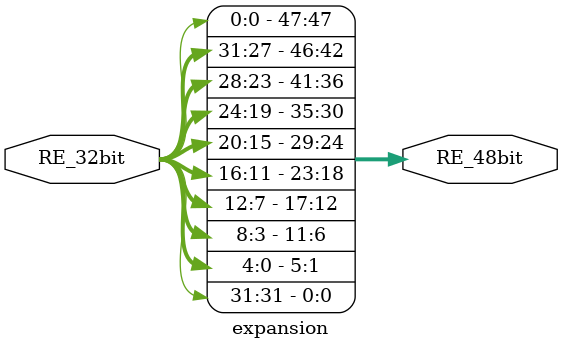
<source format=sv>
module expansion
(
	input wire [31:0] RE_32bit,
	output wire [47:0] RE_48bit
);

	assign RE_48bit = 
	{ 
		RE_32bit[0],  RE_32bit[31:28], RE_32bit[27],
		RE_32bit[28], RE_32bit[27:24], RE_32bit[23],
		RE_32bit[24], RE_32bit[23:20], RE_32bit[19],
		RE_32bit[20], RE_32bit[19:16], RE_32bit[15],
		RE_32bit[16], RE_32bit[15:12], RE_32bit[11],
		RE_32bit[12], RE_32bit[11:8],  RE_32bit[7],
		RE_32bit[8],  RE_32bit[7:4],   RE_32bit[3],
		RE_32bit[4],  RE_32bit[3:0],   RE_32bit[31]
	};
	

endmodule

</source>
